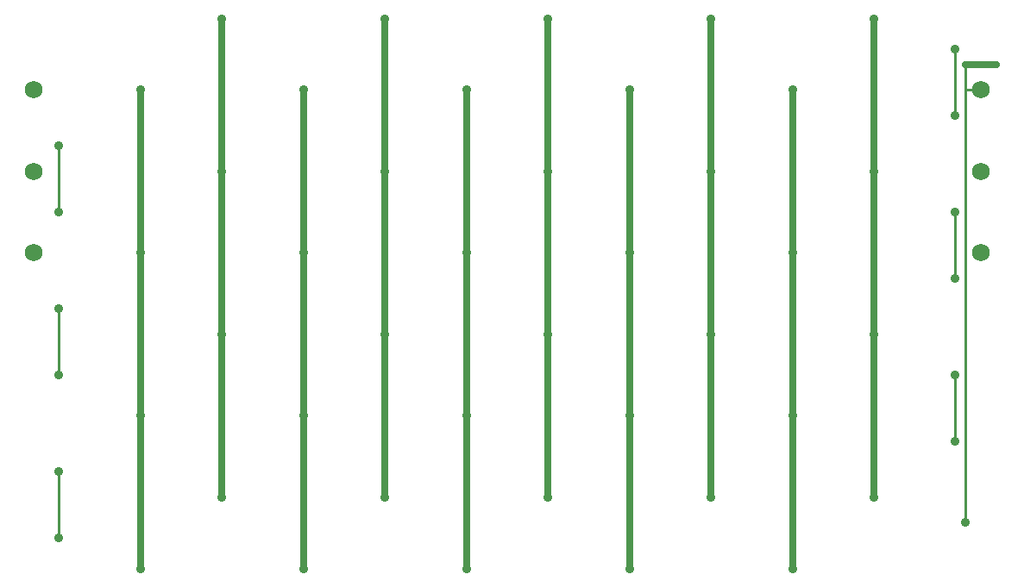
<source format=gbr>
G04 #@! TF.FileFunction,Copper,L2,Bot,Signal*
%FSLAX46Y46*%
G04 Gerber Fmt 4.6, Leading zero omitted, Abs format (unit mm)*
G04 Created by KiCad (PCBNEW (after 2015-may-25 BZR unknown)-product) date 6/10/2015 5:05:59 PM*
%MOMM*%
G01*
G04 APERTURE LIST*
%ADD10C,0.100000*%
%ADD11C,1.750000*%
%ADD12C,0.889000*%
%ADD13C,0.254000*%
%ADD14C,0.650000*%
G04 APERTURE END LIST*
D10*
D11*
X69500000Y-76000000D03*
X69500000Y-68000000D03*
X69500000Y-60000000D03*
X162500000Y-76000000D03*
X162500000Y-68000000D03*
X162500000Y-60000000D03*
D12*
X72000000Y-65500000D03*
X72000000Y-72000000D03*
X72000000Y-81500000D03*
X72000000Y-88000000D03*
X160000000Y-88000000D03*
X160000000Y-94500000D03*
X80000000Y-107000000D03*
X80000000Y-76000000D03*
X80000000Y-60000000D03*
X80000000Y-92000000D03*
X96000000Y-107000000D03*
X96000000Y-76000000D03*
X96000000Y-60000000D03*
X96000000Y-92000000D03*
X112000000Y-107000000D03*
X112000000Y-76000000D03*
X112000000Y-60000000D03*
X112000000Y-92000000D03*
X144000000Y-107000000D03*
X144000000Y-76000000D03*
X144000000Y-60000000D03*
X144000000Y-92000000D03*
X128000000Y-107000000D03*
X128000000Y-76000000D03*
X128000000Y-60000000D03*
X128000000Y-92000000D03*
X88000000Y-84000000D03*
X88000000Y-68000000D03*
X88000000Y-53000000D03*
X104000000Y-100000000D03*
X104000000Y-68000000D03*
X104000000Y-53000000D03*
X104000000Y-84000000D03*
X120000000Y-100000000D03*
X120000000Y-68000000D03*
X120000000Y-53000000D03*
X120000000Y-84000000D03*
X136000000Y-100000000D03*
X136000000Y-68000000D03*
X136000000Y-53000000D03*
X136000000Y-84000000D03*
X152000000Y-68000000D03*
X152000000Y-53000000D03*
X152000000Y-84000000D03*
X152000000Y-100000000D03*
X88000000Y-100000000D03*
X161000000Y-102500000D03*
X160000000Y-56000000D03*
X160000000Y-62500000D03*
X160000000Y-72000000D03*
X160000000Y-78500000D03*
X72000000Y-97500000D03*
X72000000Y-104000000D03*
D13*
X72000000Y-65500000D02*
X72000000Y-72000000D01*
X72000000Y-81500000D02*
X72000000Y-88000000D01*
X160000000Y-88000000D02*
X160000000Y-94500000D01*
D14*
X80000000Y-92000000D02*
X80000000Y-76000000D01*
X80000000Y-76000000D02*
X80000000Y-60000000D01*
X80000000Y-92000000D02*
X80000000Y-107000000D01*
X96000000Y-92000000D02*
X96000000Y-76000000D01*
X96000000Y-76000000D02*
X96000000Y-60000000D01*
X96000000Y-92000000D02*
X96000000Y-107000000D01*
X112000000Y-92000000D02*
X112000000Y-76000000D01*
X112000000Y-76000000D02*
X112000000Y-60000000D01*
X112000000Y-92000000D02*
X112000000Y-107000000D01*
X144000000Y-92000000D02*
X144000000Y-76000000D01*
X144000000Y-76000000D02*
X144000000Y-60000000D01*
X144000000Y-92000000D02*
X144000000Y-107000000D01*
X128000000Y-92000000D02*
X128000000Y-76000000D01*
X128000000Y-76000000D02*
X128000000Y-60000000D01*
X128000000Y-92000000D02*
X128000000Y-107000000D01*
X88000000Y-68000000D02*
X88000000Y-53000000D01*
X88000000Y-84000000D02*
X88000000Y-68000000D01*
X104000000Y-84000000D02*
X104000000Y-68000000D01*
X104000000Y-68000000D02*
X104000000Y-53000000D01*
X104000000Y-84000000D02*
X104000000Y-100000000D01*
X120000000Y-84000000D02*
X120000000Y-68000000D01*
X120000000Y-68000000D02*
X120000000Y-53000000D01*
X120000000Y-84000000D02*
X120000000Y-100000000D01*
X136000000Y-84000000D02*
X136000000Y-68000000D01*
X136000000Y-68000000D02*
X136000000Y-53000000D01*
X136000000Y-84000000D02*
X136000000Y-100000000D01*
X152000000Y-68000000D02*
X152000000Y-53000000D01*
X152000000Y-84000000D02*
X152000000Y-68000000D01*
X152000000Y-84000000D02*
X152000000Y-100000000D01*
X88000000Y-100000000D02*
X88000000Y-84000000D01*
D13*
X161000000Y-60000000D02*
X161000000Y-57500000D01*
X161000000Y-102500000D02*
X161000000Y-60000000D01*
D14*
X164000000Y-57500000D02*
X161000000Y-57500000D01*
D13*
X162500000Y-60000000D02*
X161000000Y-60000000D01*
X160000000Y-62500000D02*
X160000000Y-56000000D01*
X160000000Y-72000000D02*
X160000000Y-78500000D01*
X72000000Y-97500000D02*
X72000000Y-104000000D01*
M02*

</source>
